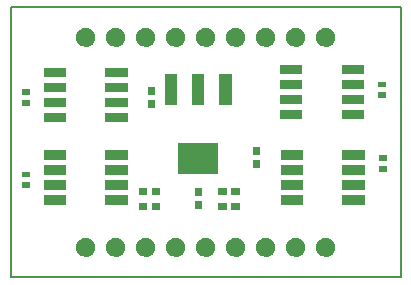
<source format=gbr>
G04 #@! TF.FileFunction,Soldermask,Top*
%FSLAX46Y46*%
G04 Gerber Fmt 4.6, Leading zero omitted, Abs format (unit mm)*
G04 Created by KiCad (PCBNEW 4.0.3+e1-6302~38~ubuntu14.04.1-stable) date Fri Aug 19 15:40:57 2016*
%MOMM*%
%LPD*%
G01*
G04 APERTURE LIST*
%ADD10C,0.100000*%
%ADD11C,0.150000*%
G04 APERTURE END LIST*
D10*
D11*
X170180000Y-107950000D02*
X170180000Y-85090000D01*
X203200000Y-107950000D02*
X170180000Y-107950000D01*
X203200000Y-85090000D02*
X203200000Y-107950000D01*
X170180000Y-85090000D02*
X203200000Y-85090000D01*
D10*
G36*
X176615372Y-104597740D02*
X176771515Y-104629791D01*
X176918454Y-104691559D01*
X177050608Y-104780698D01*
X177162925Y-104893802D01*
X177251135Y-105026568D01*
X177311875Y-105173936D01*
X177342801Y-105330122D01*
X177342801Y-105330129D01*
X177342835Y-105330301D01*
X177340293Y-105512364D01*
X177340254Y-105512535D01*
X177340254Y-105512541D01*
X177304980Y-105667802D01*
X177240145Y-105813422D01*
X177148266Y-105943669D01*
X177032833Y-106053595D01*
X176898246Y-106139006D01*
X176749636Y-106196647D01*
X176592657Y-106224328D01*
X176433295Y-106220989D01*
X176277620Y-106186762D01*
X176131545Y-106122944D01*
X176000657Y-106031974D01*
X175889929Y-105917312D01*
X175803583Y-105783328D01*
X175744906Y-105635126D01*
X175716131Y-105478344D01*
X175718356Y-105318958D01*
X175751496Y-105163043D01*
X175814290Y-105016536D01*
X175904345Y-104885013D01*
X176018231Y-104773489D01*
X176151613Y-104686206D01*
X176299400Y-104626496D01*
X176455979Y-104596626D01*
X176615372Y-104597740D01*
X176615372Y-104597740D01*
G37*
G36*
X179155372Y-104597740D02*
X179311515Y-104629791D01*
X179458454Y-104691559D01*
X179590608Y-104780698D01*
X179702925Y-104893802D01*
X179791135Y-105026568D01*
X179851875Y-105173936D01*
X179882801Y-105330122D01*
X179882801Y-105330129D01*
X179882835Y-105330301D01*
X179880293Y-105512364D01*
X179880254Y-105512535D01*
X179880254Y-105512541D01*
X179844980Y-105667802D01*
X179780145Y-105813422D01*
X179688266Y-105943669D01*
X179572833Y-106053595D01*
X179438246Y-106139006D01*
X179289636Y-106196647D01*
X179132657Y-106224328D01*
X178973295Y-106220989D01*
X178817620Y-106186762D01*
X178671545Y-106122944D01*
X178540657Y-106031974D01*
X178429929Y-105917312D01*
X178343583Y-105783328D01*
X178284906Y-105635126D01*
X178256131Y-105478344D01*
X178258356Y-105318958D01*
X178291496Y-105163043D01*
X178354290Y-105016536D01*
X178444345Y-104885013D01*
X178558231Y-104773489D01*
X178691613Y-104686206D01*
X178839400Y-104626496D01*
X178995979Y-104596626D01*
X179155372Y-104597740D01*
X179155372Y-104597740D01*
G37*
G36*
X189315372Y-104597740D02*
X189471515Y-104629791D01*
X189618454Y-104691559D01*
X189750608Y-104780698D01*
X189862925Y-104893802D01*
X189951135Y-105026568D01*
X190011875Y-105173936D01*
X190042801Y-105330122D01*
X190042801Y-105330129D01*
X190042835Y-105330301D01*
X190040293Y-105512364D01*
X190040254Y-105512535D01*
X190040254Y-105512541D01*
X190004980Y-105667802D01*
X189940145Y-105813422D01*
X189848266Y-105943669D01*
X189732833Y-106053595D01*
X189598246Y-106139006D01*
X189449636Y-106196647D01*
X189292657Y-106224328D01*
X189133295Y-106220989D01*
X188977620Y-106186762D01*
X188831545Y-106122944D01*
X188700657Y-106031974D01*
X188589929Y-105917312D01*
X188503583Y-105783328D01*
X188444906Y-105635126D01*
X188416131Y-105478344D01*
X188418356Y-105318958D01*
X188451496Y-105163043D01*
X188514290Y-105016536D01*
X188604345Y-104885013D01*
X188718231Y-104773489D01*
X188851613Y-104686206D01*
X188999400Y-104626496D01*
X189155979Y-104596626D01*
X189315372Y-104597740D01*
X189315372Y-104597740D01*
G37*
G36*
X181695372Y-104597740D02*
X181851515Y-104629791D01*
X181998454Y-104691559D01*
X182130608Y-104780698D01*
X182242925Y-104893802D01*
X182331135Y-105026568D01*
X182391875Y-105173936D01*
X182422801Y-105330122D01*
X182422801Y-105330129D01*
X182422835Y-105330301D01*
X182420293Y-105512364D01*
X182420254Y-105512535D01*
X182420254Y-105512541D01*
X182384980Y-105667802D01*
X182320145Y-105813422D01*
X182228266Y-105943669D01*
X182112833Y-106053595D01*
X181978246Y-106139006D01*
X181829636Y-106196647D01*
X181672657Y-106224328D01*
X181513295Y-106220989D01*
X181357620Y-106186762D01*
X181211545Y-106122944D01*
X181080657Y-106031974D01*
X180969929Y-105917312D01*
X180883583Y-105783328D01*
X180824906Y-105635126D01*
X180796131Y-105478344D01*
X180798356Y-105318958D01*
X180831496Y-105163043D01*
X180894290Y-105016536D01*
X180984345Y-104885013D01*
X181098231Y-104773489D01*
X181231613Y-104686206D01*
X181379400Y-104626496D01*
X181535979Y-104596626D01*
X181695372Y-104597740D01*
X181695372Y-104597740D01*
G37*
G36*
X184235372Y-104597740D02*
X184391515Y-104629791D01*
X184538454Y-104691559D01*
X184670608Y-104780698D01*
X184782925Y-104893802D01*
X184871135Y-105026568D01*
X184931875Y-105173936D01*
X184962801Y-105330122D01*
X184962801Y-105330129D01*
X184962835Y-105330301D01*
X184960293Y-105512364D01*
X184960254Y-105512535D01*
X184960254Y-105512541D01*
X184924980Y-105667802D01*
X184860145Y-105813422D01*
X184768266Y-105943669D01*
X184652833Y-106053595D01*
X184518246Y-106139006D01*
X184369636Y-106196647D01*
X184212657Y-106224328D01*
X184053295Y-106220989D01*
X183897620Y-106186762D01*
X183751545Y-106122944D01*
X183620657Y-106031974D01*
X183509929Y-105917312D01*
X183423583Y-105783328D01*
X183364906Y-105635126D01*
X183336131Y-105478344D01*
X183338356Y-105318958D01*
X183371496Y-105163043D01*
X183434290Y-105016536D01*
X183524345Y-104885013D01*
X183638231Y-104773489D01*
X183771613Y-104686206D01*
X183919400Y-104626496D01*
X184075979Y-104596626D01*
X184235372Y-104597740D01*
X184235372Y-104597740D01*
G37*
G36*
X191855372Y-104597740D02*
X192011515Y-104629791D01*
X192158454Y-104691559D01*
X192290608Y-104780698D01*
X192402925Y-104893802D01*
X192491135Y-105026568D01*
X192551875Y-105173936D01*
X192582801Y-105330122D01*
X192582801Y-105330129D01*
X192582835Y-105330301D01*
X192580293Y-105512364D01*
X192580254Y-105512535D01*
X192580254Y-105512541D01*
X192544980Y-105667802D01*
X192480145Y-105813422D01*
X192388266Y-105943669D01*
X192272833Y-106053595D01*
X192138246Y-106139006D01*
X191989636Y-106196647D01*
X191832657Y-106224328D01*
X191673295Y-106220989D01*
X191517620Y-106186762D01*
X191371545Y-106122944D01*
X191240657Y-106031974D01*
X191129929Y-105917312D01*
X191043583Y-105783328D01*
X190984906Y-105635126D01*
X190956131Y-105478344D01*
X190958356Y-105318958D01*
X190991496Y-105163043D01*
X191054290Y-105016536D01*
X191144345Y-104885013D01*
X191258231Y-104773489D01*
X191391613Y-104686206D01*
X191539400Y-104626496D01*
X191695979Y-104596626D01*
X191855372Y-104597740D01*
X191855372Y-104597740D01*
G37*
G36*
X194395372Y-104597740D02*
X194551515Y-104629791D01*
X194698454Y-104691559D01*
X194830608Y-104780698D01*
X194942925Y-104893802D01*
X195031135Y-105026568D01*
X195091875Y-105173936D01*
X195122801Y-105330122D01*
X195122801Y-105330129D01*
X195122835Y-105330301D01*
X195120293Y-105512364D01*
X195120254Y-105512535D01*
X195120254Y-105512541D01*
X195084980Y-105667802D01*
X195020145Y-105813422D01*
X194928266Y-105943669D01*
X194812833Y-106053595D01*
X194678246Y-106139006D01*
X194529636Y-106196647D01*
X194372657Y-106224328D01*
X194213295Y-106220989D01*
X194057620Y-106186762D01*
X193911545Y-106122944D01*
X193780657Y-106031974D01*
X193669929Y-105917312D01*
X193583583Y-105783328D01*
X193524906Y-105635126D01*
X193496131Y-105478344D01*
X193498356Y-105318958D01*
X193531496Y-105163043D01*
X193594290Y-105016536D01*
X193684345Y-104885013D01*
X193798231Y-104773489D01*
X193931613Y-104686206D01*
X194079400Y-104626496D01*
X194235979Y-104596626D01*
X194395372Y-104597740D01*
X194395372Y-104597740D01*
G37*
G36*
X196935372Y-104597740D02*
X197091515Y-104629791D01*
X197238454Y-104691559D01*
X197370608Y-104780698D01*
X197482925Y-104893802D01*
X197571135Y-105026568D01*
X197631875Y-105173936D01*
X197662801Y-105330122D01*
X197662801Y-105330129D01*
X197662835Y-105330301D01*
X197660293Y-105512364D01*
X197660254Y-105512535D01*
X197660254Y-105512541D01*
X197624980Y-105667802D01*
X197560145Y-105813422D01*
X197468266Y-105943669D01*
X197352833Y-106053595D01*
X197218246Y-106139006D01*
X197069636Y-106196647D01*
X196912657Y-106224328D01*
X196753295Y-106220989D01*
X196597620Y-106186762D01*
X196451545Y-106122944D01*
X196320657Y-106031974D01*
X196209929Y-105917312D01*
X196123583Y-105783328D01*
X196064906Y-105635126D01*
X196036131Y-105478344D01*
X196038356Y-105318958D01*
X196071496Y-105163043D01*
X196134290Y-105016536D01*
X196224345Y-104885013D01*
X196338231Y-104773489D01*
X196471613Y-104686206D01*
X196619400Y-104626496D01*
X196775979Y-104596626D01*
X196935372Y-104597740D01*
X196935372Y-104597740D01*
G37*
G36*
X186775372Y-104597740D02*
X186931515Y-104629791D01*
X187078454Y-104691559D01*
X187210608Y-104780698D01*
X187322925Y-104893802D01*
X187411135Y-105026568D01*
X187471875Y-105173936D01*
X187502801Y-105330122D01*
X187502801Y-105330129D01*
X187502835Y-105330301D01*
X187500293Y-105512364D01*
X187500254Y-105512535D01*
X187500254Y-105512541D01*
X187464980Y-105667802D01*
X187400145Y-105813422D01*
X187308266Y-105943669D01*
X187192833Y-106053595D01*
X187058246Y-106139006D01*
X186909636Y-106196647D01*
X186752657Y-106224328D01*
X186593295Y-106220989D01*
X186437620Y-106186762D01*
X186291545Y-106122944D01*
X186160657Y-106031974D01*
X186049929Y-105917312D01*
X185963583Y-105783328D01*
X185904906Y-105635126D01*
X185876131Y-105478344D01*
X185878356Y-105318958D01*
X185911496Y-105163043D01*
X185974290Y-105016536D01*
X186064345Y-104885013D01*
X186178231Y-104773489D01*
X186311613Y-104686206D01*
X186459400Y-104626496D01*
X186615979Y-104596626D01*
X186775372Y-104597740D01*
X186775372Y-104597740D01*
G37*
G36*
X189559300Y-102281800D02*
X188857700Y-102281800D01*
X188857700Y-101680200D01*
X189559300Y-101680200D01*
X189559300Y-102281800D01*
X189559300Y-102281800D01*
G37*
G36*
X188459300Y-102281800D02*
X187757700Y-102281800D01*
X187757700Y-101680200D01*
X188459300Y-101680200D01*
X188459300Y-102281800D01*
X188459300Y-102281800D01*
G37*
G36*
X182828300Y-102281800D02*
X182126700Y-102281800D01*
X182126700Y-101680200D01*
X182828300Y-101680200D01*
X182828300Y-102281800D01*
X182828300Y-102281800D01*
G37*
G36*
X181728300Y-102281800D02*
X181026700Y-102281800D01*
X181026700Y-101680200D01*
X181728300Y-101680200D01*
X181728300Y-102281800D01*
X181728300Y-102281800D01*
G37*
G36*
X186355800Y-102183300D02*
X185754200Y-102183300D01*
X185754200Y-101481700D01*
X186355800Y-101481700D01*
X186355800Y-102183300D01*
X186355800Y-102183300D01*
G37*
G36*
X194932300Y-101825400D02*
X193052700Y-101825400D01*
X193052700Y-101012600D01*
X194932300Y-101012600D01*
X194932300Y-101825400D01*
X194932300Y-101825400D01*
G37*
G36*
X200139300Y-101825400D02*
X198259700Y-101825400D01*
X198259700Y-101012600D01*
X200139300Y-101012600D01*
X200139300Y-101825400D01*
X200139300Y-101825400D01*
G37*
G36*
X180073300Y-101806400D02*
X178193700Y-101806400D01*
X178193700Y-100993600D01*
X180073300Y-100993600D01*
X180073300Y-101806400D01*
X180073300Y-101806400D01*
G37*
G36*
X174866300Y-101806400D02*
X172986700Y-101806400D01*
X172986700Y-100993600D01*
X174866300Y-100993600D01*
X174866300Y-101806400D01*
X174866300Y-101806400D01*
G37*
G36*
X186355800Y-101083300D02*
X185754200Y-101083300D01*
X185754200Y-100381700D01*
X186355800Y-100381700D01*
X186355800Y-101083300D01*
X186355800Y-101083300D01*
G37*
G36*
X181728300Y-101011800D02*
X181026700Y-101011800D01*
X181026700Y-100410200D01*
X181728300Y-100410200D01*
X181728300Y-101011800D01*
X181728300Y-101011800D01*
G37*
G36*
X182828300Y-101011800D02*
X182126700Y-101011800D01*
X182126700Y-100410200D01*
X182828300Y-100410200D01*
X182828300Y-101011800D01*
X182828300Y-101011800D01*
G37*
G36*
X189559300Y-101011800D02*
X188857700Y-101011800D01*
X188857700Y-100410200D01*
X189559300Y-100410200D01*
X189559300Y-101011800D01*
X189559300Y-101011800D01*
G37*
G36*
X188459300Y-101011800D02*
X187757700Y-101011800D01*
X187757700Y-100410200D01*
X188459300Y-100410200D01*
X188459300Y-101011800D01*
X188459300Y-101011800D01*
G37*
G36*
X200139300Y-100555400D02*
X198259700Y-100555400D01*
X198259700Y-99742600D01*
X200139300Y-99742600D01*
X200139300Y-100555400D01*
X200139300Y-100555400D01*
G37*
G36*
X194932300Y-100555400D02*
X193052700Y-100555400D01*
X193052700Y-99742600D01*
X194932300Y-99742600D01*
X194932300Y-100555400D01*
X194932300Y-100555400D01*
G37*
G36*
X180073300Y-100536400D02*
X178193700Y-100536400D01*
X178193700Y-99723600D01*
X180073300Y-99723600D01*
X180073300Y-100536400D01*
X180073300Y-100536400D01*
G37*
G36*
X174866300Y-100536400D02*
X172986700Y-100536400D01*
X172986700Y-99723600D01*
X174866300Y-99723600D01*
X174866300Y-100536400D01*
X174866300Y-100536400D01*
G37*
G36*
X171800800Y-100395800D02*
X171099200Y-100395800D01*
X171099200Y-99894200D01*
X171800800Y-99894200D01*
X171800800Y-100395800D01*
X171800800Y-100395800D01*
G37*
G36*
X171800800Y-99495800D02*
X171099200Y-99495800D01*
X171099200Y-98994200D01*
X171800800Y-98994200D01*
X171800800Y-99495800D01*
X171800800Y-99495800D01*
G37*
G36*
X200139300Y-99285400D02*
X198259700Y-99285400D01*
X198259700Y-98472600D01*
X200139300Y-98472600D01*
X200139300Y-99285400D01*
X200139300Y-99285400D01*
G37*
G36*
X194932300Y-99285400D02*
X193052700Y-99285400D01*
X193052700Y-98472600D01*
X194932300Y-98472600D01*
X194932300Y-99285400D01*
X194932300Y-99285400D01*
G37*
G36*
X180073300Y-99266400D02*
X178193700Y-99266400D01*
X178193700Y-98453600D01*
X180073300Y-98453600D01*
X180073300Y-99266400D01*
X180073300Y-99266400D01*
G37*
G36*
X174866300Y-99266400D02*
X172986700Y-99266400D01*
X172986700Y-98453600D01*
X174866300Y-98453600D01*
X174866300Y-99266400D01*
X174866300Y-99266400D01*
G37*
G36*
X187755800Y-99175800D02*
X184354200Y-99175800D01*
X184354200Y-96574200D01*
X187755800Y-96574200D01*
X187755800Y-99175800D01*
X187755800Y-99175800D01*
G37*
G36*
X202026800Y-98998800D02*
X201325200Y-98998800D01*
X201325200Y-98497200D01*
X202026800Y-98497200D01*
X202026800Y-98998800D01*
X202026800Y-98998800D01*
G37*
G36*
X191308800Y-98690800D02*
X190707200Y-98690800D01*
X190707200Y-97989200D01*
X191308800Y-97989200D01*
X191308800Y-98690800D01*
X191308800Y-98690800D01*
G37*
G36*
X202026800Y-98098800D02*
X201325200Y-98098800D01*
X201325200Y-97597200D01*
X202026800Y-97597200D01*
X202026800Y-98098800D01*
X202026800Y-98098800D01*
G37*
G36*
X200139300Y-98015400D02*
X198259700Y-98015400D01*
X198259700Y-97202600D01*
X200139300Y-97202600D01*
X200139300Y-98015400D01*
X200139300Y-98015400D01*
G37*
G36*
X194932300Y-98015400D02*
X193052700Y-98015400D01*
X193052700Y-97202600D01*
X194932300Y-97202600D01*
X194932300Y-98015400D01*
X194932300Y-98015400D01*
G37*
G36*
X180073300Y-97996400D02*
X178193700Y-97996400D01*
X178193700Y-97183600D01*
X180073300Y-97183600D01*
X180073300Y-97996400D01*
X180073300Y-97996400D01*
G37*
G36*
X174866300Y-97996400D02*
X172986700Y-97996400D01*
X172986700Y-97183600D01*
X174866300Y-97183600D01*
X174866300Y-97996400D01*
X174866300Y-97996400D01*
G37*
G36*
X191308800Y-97590800D02*
X190707200Y-97590800D01*
X190707200Y-96889200D01*
X191308800Y-96889200D01*
X191308800Y-97590800D01*
X191308800Y-97590800D01*
G37*
G36*
X174866300Y-94821400D02*
X172986700Y-94821400D01*
X172986700Y-94008600D01*
X174866300Y-94008600D01*
X174866300Y-94821400D01*
X174866300Y-94821400D01*
G37*
G36*
X180073300Y-94821400D02*
X178193700Y-94821400D01*
X178193700Y-94008600D01*
X180073300Y-94008600D01*
X180073300Y-94821400D01*
X180073300Y-94821400D01*
G37*
G36*
X200075800Y-94586400D02*
X198196200Y-94586400D01*
X198196200Y-93773600D01*
X200075800Y-93773600D01*
X200075800Y-94586400D01*
X200075800Y-94586400D01*
G37*
G36*
X194868800Y-94586400D02*
X192989200Y-94586400D01*
X192989200Y-93773600D01*
X194868800Y-93773600D01*
X194868800Y-94586400D01*
X194868800Y-94586400D01*
G37*
G36*
X182418800Y-93610800D02*
X181817200Y-93610800D01*
X181817200Y-92909200D01*
X182418800Y-92909200D01*
X182418800Y-93610800D01*
X182418800Y-93610800D01*
G37*
G36*
X180073300Y-93551400D02*
X178193700Y-93551400D01*
X178193700Y-92738600D01*
X180073300Y-92738600D01*
X180073300Y-93551400D01*
X180073300Y-93551400D01*
G37*
G36*
X174866300Y-93551400D02*
X172986700Y-93551400D01*
X172986700Y-92738600D01*
X174866300Y-92738600D01*
X174866300Y-93551400D01*
X174866300Y-93551400D01*
G37*
G36*
X171800800Y-93410800D02*
X171099200Y-93410800D01*
X171099200Y-92909200D01*
X171800800Y-92909200D01*
X171800800Y-93410800D01*
X171800800Y-93410800D01*
G37*
G36*
X188880800Y-93375800D02*
X187829200Y-93375800D01*
X187829200Y-90774200D01*
X188880800Y-90774200D01*
X188880800Y-93375800D01*
X188880800Y-93375800D01*
G37*
G36*
X184280800Y-93375800D02*
X183229200Y-93375800D01*
X183229200Y-90774200D01*
X184280800Y-90774200D01*
X184280800Y-93375800D01*
X184280800Y-93375800D01*
G37*
G36*
X186580800Y-93375800D02*
X185529200Y-93375800D01*
X185529200Y-90774200D01*
X186580800Y-90774200D01*
X186580800Y-93375800D01*
X186580800Y-93375800D01*
G37*
G36*
X194868800Y-93316400D02*
X192989200Y-93316400D01*
X192989200Y-92503600D01*
X194868800Y-92503600D01*
X194868800Y-93316400D01*
X194868800Y-93316400D01*
G37*
G36*
X200075800Y-93316400D02*
X198196200Y-93316400D01*
X198196200Y-92503600D01*
X200075800Y-92503600D01*
X200075800Y-93316400D01*
X200075800Y-93316400D01*
G37*
G36*
X201963300Y-92775800D02*
X201261700Y-92775800D01*
X201261700Y-92274200D01*
X201963300Y-92274200D01*
X201963300Y-92775800D01*
X201963300Y-92775800D01*
G37*
G36*
X171800800Y-92510800D02*
X171099200Y-92510800D01*
X171099200Y-92009200D01*
X171800800Y-92009200D01*
X171800800Y-92510800D01*
X171800800Y-92510800D01*
G37*
G36*
X182418800Y-92510800D02*
X181817200Y-92510800D01*
X181817200Y-91809200D01*
X182418800Y-91809200D01*
X182418800Y-92510800D01*
X182418800Y-92510800D01*
G37*
G36*
X174866300Y-92281400D02*
X172986700Y-92281400D01*
X172986700Y-91468600D01*
X174866300Y-91468600D01*
X174866300Y-92281400D01*
X174866300Y-92281400D01*
G37*
G36*
X180073300Y-92281400D02*
X178193700Y-92281400D01*
X178193700Y-91468600D01*
X180073300Y-91468600D01*
X180073300Y-92281400D01*
X180073300Y-92281400D01*
G37*
G36*
X194868800Y-92046400D02*
X192989200Y-92046400D01*
X192989200Y-91233600D01*
X194868800Y-91233600D01*
X194868800Y-92046400D01*
X194868800Y-92046400D01*
G37*
G36*
X200075800Y-92046400D02*
X198196200Y-92046400D01*
X198196200Y-91233600D01*
X200075800Y-91233600D01*
X200075800Y-92046400D01*
X200075800Y-92046400D01*
G37*
G36*
X201963300Y-91875800D02*
X201261700Y-91875800D01*
X201261700Y-91374200D01*
X201963300Y-91374200D01*
X201963300Y-91875800D01*
X201963300Y-91875800D01*
G37*
G36*
X180073300Y-91011400D02*
X178193700Y-91011400D01*
X178193700Y-90198600D01*
X180073300Y-90198600D01*
X180073300Y-91011400D01*
X180073300Y-91011400D01*
G37*
G36*
X174866300Y-91011400D02*
X172986700Y-91011400D01*
X172986700Y-90198600D01*
X174866300Y-90198600D01*
X174866300Y-91011400D01*
X174866300Y-91011400D01*
G37*
G36*
X194868800Y-90776400D02*
X192989200Y-90776400D01*
X192989200Y-89963600D01*
X194868800Y-89963600D01*
X194868800Y-90776400D01*
X194868800Y-90776400D01*
G37*
G36*
X200075800Y-90776400D02*
X198196200Y-90776400D01*
X198196200Y-89963600D01*
X200075800Y-89963600D01*
X200075800Y-90776400D01*
X200075800Y-90776400D01*
G37*
G36*
X189315372Y-86817740D02*
X189471515Y-86849791D01*
X189618454Y-86911559D01*
X189750608Y-87000698D01*
X189862925Y-87113802D01*
X189951135Y-87246568D01*
X190011875Y-87393936D01*
X190042801Y-87550122D01*
X190042801Y-87550129D01*
X190042835Y-87550301D01*
X190040293Y-87732364D01*
X190040254Y-87732535D01*
X190040254Y-87732541D01*
X190004980Y-87887802D01*
X189940145Y-88033422D01*
X189848266Y-88163669D01*
X189732833Y-88273595D01*
X189598246Y-88359006D01*
X189449636Y-88416647D01*
X189292657Y-88444328D01*
X189133295Y-88440989D01*
X188977620Y-88406762D01*
X188831545Y-88342944D01*
X188700657Y-88251974D01*
X188589929Y-88137312D01*
X188503583Y-88003328D01*
X188444906Y-87855126D01*
X188416131Y-87698344D01*
X188418356Y-87538958D01*
X188451496Y-87383043D01*
X188514290Y-87236536D01*
X188604345Y-87105013D01*
X188718231Y-86993489D01*
X188851613Y-86906206D01*
X188999400Y-86846496D01*
X189155979Y-86816626D01*
X189315372Y-86817740D01*
X189315372Y-86817740D01*
G37*
G36*
X181695372Y-86817740D02*
X181851515Y-86849791D01*
X181998454Y-86911559D01*
X182130608Y-87000698D01*
X182242925Y-87113802D01*
X182331135Y-87246568D01*
X182391875Y-87393936D01*
X182422801Y-87550122D01*
X182422801Y-87550129D01*
X182422835Y-87550301D01*
X182420293Y-87732364D01*
X182420254Y-87732535D01*
X182420254Y-87732541D01*
X182384980Y-87887802D01*
X182320145Y-88033422D01*
X182228266Y-88163669D01*
X182112833Y-88273595D01*
X181978246Y-88359006D01*
X181829636Y-88416647D01*
X181672657Y-88444328D01*
X181513295Y-88440989D01*
X181357620Y-88406762D01*
X181211545Y-88342944D01*
X181080657Y-88251974D01*
X180969929Y-88137312D01*
X180883583Y-88003328D01*
X180824906Y-87855126D01*
X180796131Y-87698344D01*
X180798356Y-87538958D01*
X180831496Y-87383043D01*
X180894290Y-87236536D01*
X180984345Y-87105013D01*
X181098231Y-86993489D01*
X181231613Y-86906206D01*
X181379400Y-86846496D01*
X181535979Y-86816626D01*
X181695372Y-86817740D01*
X181695372Y-86817740D01*
G37*
G36*
X184235372Y-86817740D02*
X184391515Y-86849791D01*
X184538454Y-86911559D01*
X184670608Y-87000698D01*
X184782925Y-87113802D01*
X184871135Y-87246568D01*
X184931875Y-87393936D01*
X184962801Y-87550122D01*
X184962801Y-87550129D01*
X184962835Y-87550301D01*
X184960293Y-87732364D01*
X184960254Y-87732535D01*
X184960254Y-87732541D01*
X184924980Y-87887802D01*
X184860145Y-88033422D01*
X184768266Y-88163669D01*
X184652833Y-88273595D01*
X184518246Y-88359006D01*
X184369636Y-88416647D01*
X184212657Y-88444328D01*
X184053295Y-88440989D01*
X183897620Y-88406762D01*
X183751545Y-88342944D01*
X183620657Y-88251974D01*
X183509929Y-88137312D01*
X183423583Y-88003328D01*
X183364906Y-87855126D01*
X183336131Y-87698344D01*
X183338356Y-87538958D01*
X183371496Y-87383043D01*
X183434290Y-87236536D01*
X183524345Y-87105013D01*
X183638231Y-86993489D01*
X183771613Y-86906206D01*
X183919400Y-86846496D01*
X184075979Y-86816626D01*
X184235372Y-86817740D01*
X184235372Y-86817740D01*
G37*
G36*
X196935372Y-86817740D02*
X197091515Y-86849791D01*
X197238454Y-86911559D01*
X197370608Y-87000698D01*
X197482925Y-87113802D01*
X197571135Y-87246568D01*
X197631875Y-87393936D01*
X197662801Y-87550122D01*
X197662801Y-87550129D01*
X197662835Y-87550301D01*
X197660293Y-87732364D01*
X197660254Y-87732535D01*
X197660254Y-87732541D01*
X197624980Y-87887802D01*
X197560145Y-88033422D01*
X197468266Y-88163669D01*
X197352833Y-88273595D01*
X197218246Y-88359006D01*
X197069636Y-88416647D01*
X196912657Y-88444328D01*
X196753295Y-88440989D01*
X196597620Y-88406762D01*
X196451545Y-88342944D01*
X196320657Y-88251974D01*
X196209929Y-88137312D01*
X196123583Y-88003328D01*
X196064906Y-87855126D01*
X196036131Y-87698344D01*
X196038356Y-87538958D01*
X196071496Y-87383043D01*
X196134290Y-87236536D01*
X196224345Y-87105013D01*
X196338231Y-86993489D01*
X196471613Y-86906206D01*
X196619400Y-86846496D01*
X196775979Y-86816626D01*
X196935372Y-86817740D01*
X196935372Y-86817740D01*
G37*
G36*
X194395372Y-86817740D02*
X194551515Y-86849791D01*
X194698454Y-86911559D01*
X194830608Y-87000698D01*
X194942925Y-87113802D01*
X195031135Y-87246568D01*
X195091875Y-87393936D01*
X195122801Y-87550122D01*
X195122801Y-87550129D01*
X195122835Y-87550301D01*
X195120293Y-87732364D01*
X195120254Y-87732535D01*
X195120254Y-87732541D01*
X195084980Y-87887802D01*
X195020145Y-88033422D01*
X194928266Y-88163669D01*
X194812833Y-88273595D01*
X194678246Y-88359006D01*
X194529636Y-88416647D01*
X194372657Y-88444328D01*
X194213295Y-88440989D01*
X194057620Y-88406762D01*
X193911545Y-88342944D01*
X193780657Y-88251974D01*
X193669929Y-88137312D01*
X193583583Y-88003328D01*
X193524906Y-87855126D01*
X193496131Y-87698344D01*
X193498356Y-87538958D01*
X193531496Y-87383043D01*
X193594290Y-87236536D01*
X193684345Y-87105013D01*
X193798231Y-86993489D01*
X193931613Y-86906206D01*
X194079400Y-86846496D01*
X194235979Y-86816626D01*
X194395372Y-86817740D01*
X194395372Y-86817740D01*
G37*
G36*
X191855372Y-86817740D02*
X192011515Y-86849791D01*
X192158454Y-86911559D01*
X192290608Y-87000698D01*
X192402925Y-87113802D01*
X192491135Y-87246568D01*
X192551875Y-87393936D01*
X192582801Y-87550122D01*
X192582801Y-87550129D01*
X192582835Y-87550301D01*
X192580293Y-87732364D01*
X192580254Y-87732535D01*
X192580254Y-87732541D01*
X192544980Y-87887802D01*
X192480145Y-88033422D01*
X192388266Y-88163669D01*
X192272833Y-88273595D01*
X192138246Y-88359006D01*
X191989636Y-88416647D01*
X191832657Y-88444328D01*
X191673295Y-88440989D01*
X191517620Y-88406762D01*
X191371545Y-88342944D01*
X191240657Y-88251974D01*
X191129929Y-88137312D01*
X191043583Y-88003328D01*
X190984906Y-87855126D01*
X190956131Y-87698344D01*
X190958356Y-87538958D01*
X190991496Y-87383043D01*
X191054290Y-87236536D01*
X191144345Y-87105013D01*
X191258231Y-86993489D01*
X191391613Y-86906206D01*
X191539400Y-86846496D01*
X191695979Y-86816626D01*
X191855372Y-86817740D01*
X191855372Y-86817740D01*
G37*
G36*
X186775372Y-86817740D02*
X186931515Y-86849791D01*
X187078454Y-86911559D01*
X187210608Y-87000698D01*
X187322925Y-87113802D01*
X187411135Y-87246568D01*
X187471875Y-87393936D01*
X187502801Y-87550122D01*
X187502801Y-87550129D01*
X187502835Y-87550301D01*
X187500293Y-87732364D01*
X187500254Y-87732535D01*
X187500254Y-87732541D01*
X187464980Y-87887802D01*
X187400145Y-88033422D01*
X187308266Y-88163669D01*
X187192833Y-88273595D01*
X187058246Y-88359006D01*
X186909636Y-88416647D01*
X186752657Y-88444328D01*
X186593295Y-88440989D01*
X186437620Y-88406762D01*
X186291545Y-88342944D01*
X186160657Y-88251974D01*
X186049929Y-88137312D01*
X185963583Y-88003328D01*
X185904906Y-87855126D01*
X185876131Y-87698344D01*
X185878356Y-87538958D01*
X185911496Y-87383043D01*
X185974290Y-87236536D01*
X186064345Y-87105013D01*
X186178231Y-86993489D01*
X186311613Y-86906206D01*
X186459400Y-86846496D01*
X186615979Y-86816626D01*
X186775372Y-86817740D01*
X186775372Y-86817740D01*
G37*
G36*
X179155372Y-86817740D02*
X179311515Y-86849791D01*
X179458454Y-86911559D01*
X179590608Y-87000698D01*
X179702925Y-87113802D01*
X179791135Y-87246568D01*
X179851875Y-87393936D01*
X179882801Y-87550122D01*
X179882801Y-87550129D01*
X179882835Y-87550301D01*
X179880293Y-87732364D01*
X179880254Y-87732535D01*
X179880254Y-87732541D01*
X179844980Y-87887802D01*
X179780145Y-88033422D01*
X179688266Y-88163669D01*
X179572833Y-88273595D01*
X179438246Y-88359006D01*
X179289636Y-88416647D01*
X179132657Y-88444328D01*
X178973295Y-88440989D01*
X178817620Y-88406762D01*
X178671545Y-88342944D01*
X178540657Y-88251974D01*
X178429929Y-88137312D01*
X178343583Y-88003328D01*
X178284906Y-87855126D01*
X178256131Y-87698344D01*
X178258356Y-87538958D01*
X178291496Y-87383043D01*
X178354290Y-87236536D01*
X178444345Y-87105013D01*
X178558231Y-86993489D01*
X178691613Y-86906206D01*
X178839400Y-86846496D01*
X178995979Y-86816626D01*
X179155372Y-86817740D01*
X179155372Y-86817740D01*
G37*
G36*
X176615372Y-86817740D02*
X176771515Y-86849791D01*
X176918454Y-86911559D01*
X177050608Y-87000698D01*
X177162925Y-87113802D01*
X177251135Y-87246568D01*
X177311875Y-87393936D01*
X177342801Y-87550122D01*
X177342801Y-87550129D01*
X177342835Y-87550301D01*
X177340293Y-87732364D01*
X177340254Y-87732535D01*
X177340254Y-87732541D01*
X177304980Y-87887802D01*
X177240145Y-88033422D01*
X177148266Y-88163669D01*
X177032833Y-88273595D01*
X176898246Y-88359006D01*
X176749636Y-88416647D01*
X176592657Y-88444328D01*
X176433295Y-88440989D01*
X176277620Y-88406762D01*
X176131545Y-88342944D01*
X176000657Y-88251974D01*
X175889929Y-88137312D01*
X175803583Y-88003328D01*
X175744906Y-87855126D01*
X175716131Y-87698344D01*
X175718356Y-87538958D01*
X175751496Y-87383043D01*
X175814290Y-87236536D01*
X175904345Y-87105013D01*
X176018231Y-86993489D01*
X176151613Y-86906206D01*
X176299400Y-86846496D01*
X176455979Y-86816626D01*
X176615372Y-86817740D01*
X176615372Y-86817740D01*
G37*
M02*

</source>
